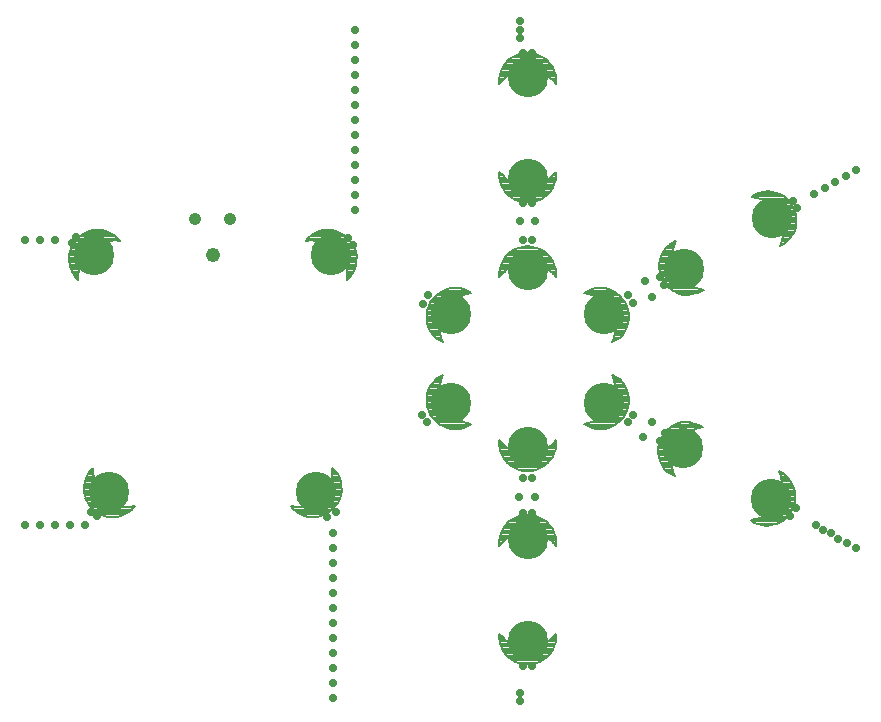
<source format=gbs>
G75*
G70*
%OFA0B0*%
%FSLAX24Y24*%
%IPPOS*%
%LPD*%
%AMOC8*
5,1,8,0,0,1.08239X$1,22.5*
%
%ADD10C,0.0280*%
%ADD11C,0.1346*%
%ADD12C,0.0080*%
%ADD13C,0.0415*%
%ADD14C,0.0480*%
D10*
X010900Y004250D03*
X010900Y004750D03*
X010900Y005250D03*
X010900Y005750D03*
X010900Y006250D03*
X010900Y006750D03*
X010900Y007250D03*
X010900Y007750D03*
X010900Y008250D03*
X010900Y008750D03*
X010900Y009250D03*
X010900Y009750D03*
X010721Y010260D03*
X010996Y010437D03*
X014048Y013429D03*
X013890Y013685D03*
X017256Y011559D03*
X017552Y011559D03*
X017650Y010950D03*
X017100Y010950D03*
X017256Y010398D03*
X017552Y010398D03*
X021250Y012950D03*
X021823Y012819D03*
X021961Y013055D03*
X021550Y013450D03*
X020918Y013685D03*
X020760Y013429D03*
X026154Y010299D03*
X026331Y010575D03*
X027000Y010000D03*
X027250Y009850D03*
X027500Y009750D03*
X027750Y009550D03*
X028050Y009400D03*
X028350Y009250D03*
X017552Y005299D03*
X017256Y005299D03*
X017150Y004400D03*
X017150Y004150D03*
X003044Y010299D03*
X002847Y010437D03*
X002650Y010000D03*
X002150Y010000D03*
X001650Y010000D03*
X001150Y010000D03*
X000650Y010000D03*
X013910Y017386D03*
X014067Y017661D03*
X011567Y019335D03*
X011410Y019571D03*
X011650Y020500D03*
X011650Y021000D03*
X011650Y021500D03*
X011650Y022000D03*
X011650Y022500D03*
X011650Y023000D03*
X011650Y023500D03*
X011650Y024000D03*
X011650Y024500D03*
X011650Y025000D03*
X011650Y025500D03*
X011650Y026000D03*
X011650Y026500D03*
X017150Y026500D03*
X017150Y026250D03*
X017237Y025752D03*
X017552Y025752D03*
X017150Y026800D03*
X026233Y020811D03*
X026390Y020555D03*
X026950Y021050D03*
X027300Y021250D03*
X027650Y021450D03*
X028000Y021650D03*
X028350Y021850D03*
X021804Y018272D03*
X021941Y017996D03*
X021550Y017600D03*
X020918Y017406D03*
X020760Y017661D03*
X021300Y018150D03*
X017532Y019512D03*
X017256Y019512D03*
X017150Y020150D03*
X017650Y020150D03*
X017552Y020732D03*
X017256Y020732D03*
X002355Y019610D03*
X002217Y019413D03*
X001650Y019500D03*
X001150Y019500D03*
X000650Y019500D03*
D11*
X002950Y019000D03*
X010850Y019000D03*
X014842Y017027D03*
X017400Y018500D03*
X019957Y017028D03*
X022600Y018550D03*
X025544Y020250D03*
X017400Y021550D03*
X017400Y024950D03*
X019958Y014074D03*
X017399Y012596D03*
X014842Y014073D03*
X010350Y011100D03*
X003450Y011100D03*
X017400Y009550D03*
X017400Y006150D03*
X025506Y010857D03*
X022562Y012557D03*
D12*
X022338Y012635D02*
X021763Y012635D01*
X021772Y012687D02*
X021749Y012546D01*
X021748Y012403D01*
X021769Y012261D01*
X021812Y012125D01*
X021875Y011997D01*
X021956Y011879D01*
X022055Y011776D01*
X022168Y011689D01*
X022294Y011620D01*
X022239Y011779D01*
X022207Y011945D01*
X022199Y012113D01*
X022215Y012281D01*
X022255Y012444D01*
X022318Y012600D01*
X022402Y012746D01*
X022506Y012879D01*
X022628Y012995D01*
X022765Y013092D01*
X022914Y013170D01*
X023073Y013225D01*
X023239Y013257D01*
X023116Y013331D01*
X022984Y013386D01*
X022846Y013419D01*
X022703Y013432D01*
X022561Y013422D01*
X022421Y013390D01*
X022288Y013338D01*
X022165Y013266D01*
X022054Y013176D01*
X021958Y013070D01*
X021880Y012950D01*
X021816Y012823D01*
X021772Y012687D01*
X021780Y012714D02*
X022383Y012714D01*
X022438Y012792D02*
X021806Y012792D01*
X021840Y012871D02*
X022499Y012871D01*
X022580Y012949D02*
X021879Y012949D01*
X021930Y013028D02*
X022674Y013028D01*
X022791Y013106D02*
X021991Y013106D01*
X022065Y013185D02*
X022957Y013185D01*
X023091Y013342D02*
X022297Y013342D01*
X022161Y013263D02*
X023228Y013263D01*
X022838Y013420D02*
X022553Y013420D01*
X022300Y012557D02*
X021751Y012557D01*
X021749Y012478D02*
X022269Y012478D01*
X022244Y012400D02*
X021749Y012400D01*
X021761Y012321D02*
X022225Y012321D01*
X022212Y012243D02*
X021775Y012243D01*
X021800Y012164D02*
X022204Y012164D01*
X022200Y012086D02*
X021831Y012086D01*
X021870Y012007D02*
X022204Y012007D01*
X022210Y011929D02*
X021922Y011929D01*
X021985Y011850D02*
X022225Y011850D01*
X022242Y011772D02*
X022061Y011772D01*
X022163Y011693D02*
X022269Y011693D01*
X020465Y013455D02*
X020354Y013365D01*
X020231Y013293D01*
X020098Y013240D01*
X019959Y013209D01*
X019816Y013199D01*
X019674Y013211D01*
X019535Y013245D01*
X019403Y013300D01*
X019281Y013374D01*
X019446Y013406D01*
X019605Y013461D01*
X019754Y013538D01*
X019892Y013636D01*
X020013Y013752D01*
X020117Y013884D01*
X020202Y014030D01*
X020264Y014187D01*
X020304Y014350D01*
X020320Y014518D01*
X020312Y014686D01*
X020280Y014851D01*
X020225Y015010D01*
X020351Y014942D01*
X020464Y014855D01*
X020563Y014751D01*
X020644Y014634D01*
X020707Y014506D01*
X020750Y014369D01*
X020771Y014228D01*
X020770Y014085D01*
X020748Y013944D01*
X020704Y013808D01*
X020639Y013680D01*
X020561Y013561D01*
X020465Y013455D01*
X020422Y013420D02*
X019487Y013420D01*
X019491Y013263D02*
X020156Y013263D01*
X020314Y013342D02*
X019334Y013342D01*
X019678Y013499D02*
X020505Y013499D01*
X020572Y013577D02*
X019809Y013577D01*
X019912Y013656D02*
X020623Y013656D01*
X020666Y013734D02*
X019994Y013734D01*
X020061Y013813D02*
X020705Y013813D01*
X020730Y013891D02*
X020121Y013891D01*
X020167Y013970D02*
X020752Y013970D01*
X020764Y014048D02*
X020209Y014048D01*
X020240Y014127D02*
X020770Y014127D01*
X020771Y014205D02*
X020269Y014205D01*
X020288Y014284D02*
X020763Y014284D01*
X020751Y014362D02*
X020305Y014362D01*
X020313Y014441D02*
X020728Y014441D01*
X020701Y014519D02*
X020320Y014519D01*
X020316Y014598D02*
X020662Y014598D01*
X020615Y014676D02*
X020313Y014676D01*
X020299Y014755D02*
X020560Y014755D01*
X020485Y014833D02*
X020284Y014833D01*
X020260Y014912D02*
X020390Y014912D01*
X020263Y014990D02*
X020232Y014990D01*
X020225Y016091D02*
X020279Y016250D01*
X020311Y016416D01*
X020319Y016584D01*
X020303Y016752D01*
X020263Y016915D01*
X020201Y017071D01*
X020117Y017217D01*
X020013Y017350D01*
X019891Y017466D01*
X019754Y017564D01*
X019604Y017641D01*
X019445Y017696D01*
X019280Y017728D01*
X019402Y017802D01*
X019534Y017857D01*
X019673Y017890D01*
X019815Y017903D01*
X019958Y017893D01*
X020097Y017861D01*
X020230Y017809D01*
X020353Y017737D01*
X020464Y017647D01*
X020560Y017541D01*
X020639Y017421D01*
X020703Y017294D01*
X020747Y017158D01*
X020769Y017017D01*
X020770Y016874D01*
X020273Y016874D01*
X020292Y016796D02*
X020758Y016796D01*
X020749Y016732D02*
X020706Y016596D01*
X020644Y016468D01*
X020562Y016350D01*
X020463Y016247D01*
X020350Y016160D01*
X020225Y016091D01*
X020251Y016168D02*
X020360Y016168D01*
X020278Y016246D02*
X020462Y016246D01*
X020537Y016325D02*
X020294Y016325D01*
X020309Y016403D02*
X020598Y016403D01*
X020650Y016482D02*
X020314Y016482D01*
X020318Y016560D02*
X020689Y016560D01*
X020720Y016639D02*
X020314Y016639D01*
X020306Y016717D02*
X020744Y016717D01*
X020749Y016732D02*
X020770Y016874D01*
X020770Y016953D02*
X020248Y016953D01*
X020217Y017031D02*
X020767Y017031D01*
X020754Y017110D02*
X020179Y017110D01*
X020133Y017188D02*
X020737Y017188D01*
X020712Y017267D02*
X020078Y017267D01*
X020016Y017345D02*
X020677Y017345D01*
X020637Y017424D02*
X019935Y017424D01*
X019840Y017502D02*
X020586Y017502D01*
X020524Y017581D02*
X019721Y017581D01*
X019551Y017659D02*
X020449Y017659D01*
X020352Y017738D02*
X019296Y017738D01*
X019436Y017816D02*
X020212Y017816D01*
X019933Y017895D02*
X019721Y017895D01*
X018345Y018264D02*
X018235Y018391D01*
X018107Y018501D01*
X017966Y018592D01*
X017812Y018662D01*
X017651Y018709D01*
X017484Y018733D01*
X017316Y018733D01*
X017149Y018709D01*
X016988Y018662D01*
X016834Y018592D01*
X016693Y018501D01*
X016565Y018391D01*
X016455Y018264D01*
X016452Y018407D01*
X016471Y018548D01*
X016511Y018685D01*
X016572Y018815D01*
X016651Y018933D01*
X016748Y019038D01*
X016860Y019127D01*
X016984Y019198D01*
X017118Y019249D01*
X017257Y019279D01*
X017400Y019287D01*
X017543Y019279D01*
X017682Y019249D01*
X017816Y019198D01*
X017940Y019127D01*
X018052Y019038D01*
X018149Y018933D01*
X018228Y018815D01*
X018289Y018685D01*
X018329Y018548D01*
X018348Y018407D01*
X018345Y018264D01*
X018345Y018287D02*
X018325Y018287D01*
X018347Y018366D02*
X018257Y018366D01*
X018173Y018444D02*
X018343Y018444D01*
X018333Y018523D02*
X018074Y018523D01*
X017946Y018601D02*
X018314Y018601D01*
X018291Y018680D02*
X017752Y018680D01*
X018093Y018994D02*
X016707Y018994D01*
X016639Y018915D02*
X018161Y018915D01*
X018214Y018837D02*
X016586Y018837D01*
X016545Y018758D02*
X018255Y018758D01*
X018009Y019072D02*
X016791Y019072D01*
X016901Y019151D02*
X017899Y019151D01*
X017735Y019229D02*
X017065Y019229D01*
X017048Y018680D02*
X016509Y018680D01*
X016486Y018601D02*
X016854Y018601D01*
X016726Y018523D02*
X016467Y018523D01*
X016457Y018444D02*
X016627Y018444D01*
X016543Y018366D02*
X016453Y018366D01*
X016455Y018287D02*
X016475Y018287D01*
X015519Y017727D02*
X015354Y017695D01*
X015195Y017640D01*
X015045Y017563D01*
X014908Y017465D01*
X014786Y017349D01*
X014682Y017216D01*
X014598Y017071D01*
X014535Y016914D01*
X014496Y016751D01*
X014479Y016583D01*
X014487Y016415D01*
X014519Y016250D01*
X014574Y016091D01*
X014449Y016159D01*
X014335Y016246D01*
X014237Y016350D01*
X014155Y016467D01*
X014092Y016595D01*
X014050Y016732D01*
X014029Y016873D01*
X014029Y017016D01*
X014052Y017157D01*
X014096Y017293D01*
X014160Y017421D01*
X014239Y017540D01*
X014334Y017646D01*
X014445Y017736D01*
X014569Y017808D01*
X014702Y017861D01*
X014841Y017892D01*
X014984Y017902D01*
X015126Y017890D01*
X015265Y017856D01*
X015397Y017801D01*
X015519Y017727D01*
X015502Y017738D02*
X014448Y017738D01*
X014350Y017659D02*
X015250Y017659D01*
X015079Y017581D02*
X014275Y017581D01*
X014214Y017502D02*
X014960Y017502D01*
X014864Y017424D02*
X014162Y017424D01*
X014122Y017345D02*
X014783Y017345D01*
X014721Y017267D02*
X014087Y017267D01*
X014062Y017188D02*
X014666Y017188D01*
X014620Y017110D02*
X014044Y017110D01*
X014032Y017031D02*
X014582Y017031D01*
X014551Y016953D02*
X014029Y016953D01*
X014029Y016874D02*
X014525Y016874D01*
X014506Y016796D02*
X014040Y016796D01*
X014054Y016717D02*
X014492Y016717D01*
X014485Y016639D02*
X014079Y016639D01*
X014109Y016560D02*
X014481Y016560D01*
X014484Y016482D02*
X014148Y016482D01*
X014200Y016403D02*
X014490Y016403D01*
X014505Y016325D02*
X014261Y016325D01*
X014336Y016246D02*
X014520Y016246D01*
X014547Y016168D02*
X014438Y016168D01*
X014574Y015009D02*
X014519Y014850D01*
X014487Y014685D01*
X014479Y014517D01*
X014495Y014349D01*
X014535Y014186D01*
X014598Y014029D01*
X014682Y013884D01*
X014786Y013751D01*
X014908Y013635D01*
X015045Y013537D01*
X015195Y013460D01*
X015354Y013405D01*
X015519Y013373D01*
X015397Y013299D01*
X015265Y013244D01*
X015126Y013210D01*
X014983Y013198D01*
X014841Y013208D01*
X014702Y013239D01*
X014569Y013292D01*
X014445Y013364D01*
X014334Y013454D01*
X014238Y013560D01*
X014160Y013679D01*
X014096Y013807D01*
X014052Y013943D01*
X014029Y014084D01*
X014029Y014227D01*
X014050Y014368D01*
X014092Y014505D01*
X014155Y014633D01*
X014237Y014750D01*
X014335Y014854D01*
X014449Y014941D01*
X014574Y015009D01*
X014567Y014990D02*
X014539Y014990D01*
X014540Y014912D02*
X014411Y014912D01*
X014316Y014833D02*
X014516Y014833D01*
X014501Y014755D02*
X014241Y014755D01*
X014185Y014676D02*
X014487Y014676D01*
X014483Y014598D02*
X014138Y014598D01*
X014099Y014519D02*
X014480Y014519D01*
X014487Y014441D02*
X014072Y014441D01*
X014049Y014362D02*
X014494Y014362D01*
X014511Y014284D02*
X014037Y014284D01*
X014029Y014205D02*
X014531Y014205D01*
X014559Y014127D02*
X014029Y014127D01*
X014035Y014048D02*
X014590Y014048D01*
X014632Y013970D02*
X014048Y013970D01*
X014069Y013891D02*
X014678Y013891D01*
X014738Y013813D02*
X014094Y013813D01*
X014133Y013734D02*
X014804Y013734D01*
X014886Y013656D02*
X014176Y013656D01*
X014227Y013577D02*
X014989Y013577D01*
X015120Y013499D02*
X014294Y013499D01*
X014376Y013420D02*
X015310Y013420D01*
X015310Y013263D02*
X014642Y013263D01*
X014483Y013342D02*
X015467Y013342D01*
X016454Y012833D02*
X016564Y012706D01*
X016691Y012595D01*
X016833Y012504D01*
X016986Y012435D01*
X017148Y012387D01*
X017314Y012363D01*
X017483Y012363D01*
X017649Y012387D01*
X017811Y012435D01*
X017964Y012504D01*
X018106Y012595D01*
X018233Y012706D01*
X018344Y012833D01*
X018347Y012690D01*
X018328Y012548D01*
X018288Y012411D01*
X018227Y012282D01*
X018147Y012163D01*
X018050Y012058D01*
X017939Y011969D01*
X017815Y011898D01*
X017681Y011847D01*
X017541Y011817D01*
X017399Y011809D01*
X017256Y011817D01*
X017116Y011847D01*
X016983Y011898D01*
X016859Y011969D01*
X016747Y012058D01*
X016650Y012163D01*
X016570Y012282D01*
X016510Y012411D01*
X016469Y012548D01*
X016451Y012690D01*
X016454Y012833D01*
X016453Y012792D02*
X016489Y012792D01*
X016451Y012714D02*
X016557Y012714D01*
X016646Y012635D02*
X016458Y012635D01*
X016468Y012557D02*
X016752Y012557D01*
X016891Y012478D02*
X016490Y012478D01*
X016515Y012400D02*
X017106Y012400D01*
X016722Y012086D02*
X018076Y012086D01*
X018148Y012164D02*
X016649Y012164D01*
X016597Y012243D02*
X018201Y012243D01*
X018246Y012321D02*
X016552Y012321D01*
X016811Y012007D02*
X017986Y012007D01*
X017867Y011929D02*
X016930Y011929D01*
X017109Y011850D02*
X017688Y011850D01*
X017692Y012400D02*
X018282Y012400D01*
X018307Y012478D02*
X017906Y012478D01*
X018045Y012557D02*
X018329Y012557D01*
X018339Y012635D02*
X018152Y012635D01*
X018240Y012714D02*
X018346Y012714D01*
X018344Y012792D02*
X018308Y012792D01*
X017682Y010299D02*
X017543Y010329D01*
X017400Y010337D01*
X017257Y010329D01*
X017118Y010299D01*
X016984Y010248D01*
X016860Y010177D01*
X016748Y010088D01*
X016651Y009983D01*
X016572Y009865D01*
X016511Y009735D01*
X016471Y009598D01*
X016452Y009457D01*
X016455Y009314D01*
X016565Y009441D01*
X016693Y009551D01*
X016834Y009642D01*
X016988Y009712D01*
X017149Y009759D01*
X017316Y009783D01*
X017484Y009783D01*
X017651Y009759D01*
X017812Y009712D01*
X017966Y009642D01*
X018107Y009551D01*
X018235Y009441D01*
X018345Y009314D01*
X018348Y009457D01*
X018329Y009598D01*
X018289Y009735D01*
X018228Y009865D01*
X018149Y009983D01*
X018052Y010088D01*
X017940Y010177D01*
X017816Y010248D01*
X017682Y010299D01*
X017732Y010280D02*
X017068Y010280D01*
X016902Y010202D02*
X017898Y010202D01*
X018008Y010123D02*
X016792Y010123D01*
X016708Y010045D02*
X018092Y010045D01*
X018160Y009966D02*
X016640Y009966D01*
X016587Y009888D02*
X018213Y009888D01*
X018255Y009809D02*
X016545Y009809D01*
X016509Y009731D02*
X017051Y009731D01*
X016856Y009652D02*
X016486Y009652D01*
X016467Y009574D02*
X016728Y009574D01*
X016628Y009495D02*
X016457Y009495D01*
X016453Y009417D02*
X016544Y009417D01*
X016476Y009338D02*
X016455Y009338D01*
X017749Y009731D02*
X018291Y009731D01*
X018314Y009652D02*
X017944Y009652D01*
X018072Y009574D02*
X018333Y009574D01*
X018343Y009495D02*
X018172Y009495D01*
X018256Y009417D02*
X018347Y009417D01*
X018345Y009338D02*
X018324Y009338D01*
X018345Y006386D02*
X018235Y006259D01*
X018107Y006149D01*
X017966Y006058D01*
X017812Y005988D01*
X017651Y005941D01*
X017484Y005917D01*
X017316Y005917D01*
X017149Y005941D01*
X016988Y005988D01*
X016834Y006058D01*
X016693Y006149D01*
X016565Y006259D01*
X016455Y006386D01*
X016452Y006243D01*
X016471Y006102D01*
X016511Y005965D01*
X016572Y005835D01*
X016651Y005717D01*
X016748Y005612D01*
X016860Y005523D01*
X016984Y005452D01*
X017118Y005401D01*
X017257Y005371D01*
X017400Y005363D01*
X017543Y005371D01*
X017682Y005401D01*
X017816Y005452D01*
X017940Y005523D01*
X018052Y005612D01*
X018149Y005717D01*
X018228Y005835D01*
X018289Y005965D01*
X018329Y006102D01*
X018348Y006243D01*
X018345Y006386D01*
X018346Y006355D02*
X018318Y006355D01*
X018347Y006277D02*
X018250Y006277D01*
X018164Y006198D02*
X018342Y006198D01*
X018332Y006120D02*
X018061Y006120D01*
X017928Y006041D02*
X018312Y006041D01*
X018288Y005963D02*
X017725Y005963D01*
X018086Y005649D02*
X016714Y005649D01*
X016644Y005727D02*
X018156Y005727D01*
X018208Y005806D02*
X016592Y005806D01*
X016549Y005884D02*
X018251Y005884D01*
X017999Y005570D02*
X016801Y005570D01*
X016915Y005492D02*
X017885Y005492D01*
X017714Y005413D02*
X017086Y005413D01*
X017075Y005963D02*
X016512Y005963D01*
X016488Y006041D02*
X016872Y006041D01*
X016739Y006120D02*
X016468Y006120D01*
X016458Y006198D02*
X016636Y006198D01*
X016550Y006277D02*
X016453Y006277D01*
X016454Y006355D02*
X016482Y006355D01*
X010777Y010433D02*
X010654Y010360D01*
X010522Y010306D01*
X010383Y010273D01*
X010240Y010262D01*
X010098Y010272D01*
X009959Y010305D01*
X009826Y010358D01*
X009703Y010431D01*
X009593Y010522D01*
X009498Y010628D01*
X009665Y010611D01*
X009834Y010617D01*
X009999Y010647D01*
X010159Y010700D01*
X010309Y010776D01*
X010447Y010872D01*
X010571Y010987D01*
X010676Y011118D01*
X010762Y011263D01*
X010826Y011418D01*
X010868Y011582D01*
X010886Y011749D01*
X010880Y011917D01*
X010980Y011815D01*
X011063Y011698D01*
X011127Y011571D01*
X011171Y011435D01*
X011193Y011294D01*
X011194Y011151D01*
X011173Y011009D01*
X011130Y010873D01*
X011067Y010745D01*
X010986Y010627D01*
X010887Y010524D01*
X010777Y010433D01*
X010782Y010437D02*
X009696Y010437D01*
X009601Y010516D02*
X010877Y010516D01*
X010954Y010594D02*
X009528Y010594D01*
X009825Y010359D02*
X010652Y010359D01*
X010413Y010280D02*
X010065Y010280D01*
X010076Y010673D02*
X011017Y010673D01*
X011071Y010751D02*
X010260Y010751D01*
X010386Y010830D02*
X011109Y010830D01*
X011141Y010908D02*
X010486Y010908D01*
X010570Y010987D02*
X011166Y010987D01*
X011181Y011065D02*
X010634Y011065D01*
X010691Y011144D02*
X011193Y011144D01*
X011194Y011222D02*
X010738Y011222D01*
X010778Y011301D02*
X011192Y011301D01*
X011179Y011379D02*
X010810Y011379D01*
X010836Y011458D02*
X011163Y011458D01*
X011138Y011536D02*
X010856Y011536D01*
X010872Y011615D02*
X011105Y011615D01*
X011065Y011693D02*
X010880Y011693D01*
X010885Y011772D02*
X011011Y011772D01*
X010945Y011850D02*
X010882Y011850D01*
X004302Y010628D02*
X004135Y010611D01*
X003966Y010617D01*
X003801Y010647D01*
X003641Y010700D01*
X003491Y010776D01*
X003353Y010872D01*
X003229Y010987D01*
X003124Y011118D01*
X003038Y011263D01*
X002974Y011418D01*
X002932Y011582D01*
X002914Y011749D01*
X002920Y011917D01*
X002820Y011815D01*
X002737Y011698D01*
X002673Y011571D01*
X002629Y011435D01*
X002607Y011294D01*
X002606Y011151D01*
X002627Y011009D01*
X002670Y010873D01*
X002733Y010745D01*
X002814Y010627D01*
X002913Y010524D01*
X003023Y010433D01*
X003146Y010360D01*
X003278Y010306D01*
X003417Y010273D01*
X003560Y010262D01*
X003702Y010272D01*
X003841Y010305D01*
X003974Y010358D01*
X004097Y010431D01*
X004207Y010522D01*
X004302Y010628D01*
X004272Y010594D02*
X002846Y010594D01*
X002783Y010673D02*
X003724Y010673D01*
X003540Y010751D02*
X002729Y010751D01*
X002691Y010830D02*
X003414Y010830D01*
X003314Y010908D02*
X002659Y010908D01*
X002634Y010987D02*
X003230Y010987D01*
X003166Y011065D02*
X002619Y011065D01*
X002607Y011144D02*
X003109Y011144D01*
X003062Y011222D02*
X002606Y011222D01*
X002608Y011301D02*
X003022Y011301D01*
X002990Y011379D02*
X002621Y011379D01*
X002637Y011458D02*
X002964Y011458D01*
X002944Y011536D02*
X002662Y011536D01*
X002695Y011615D02*
X002928Y011615D01*
X002920Y011693D02*
X002735Y011693D01*
X002789Y011772D02*
X002915Y011772D01*
X002918Y011850D02*
X002855Y011850D01*
X002923Y010516D02*
X004199Y010516D01*
X004104Y010437D02*
X003018Y010437D01*
X003148Y010359D02*
X003975Y010359D01*
X003735Y010280D02*
X003387Y010280D01*
X014588Y017816D02*
X015361Y017816D01*
X015069Y017895D02*
X014877Y017895D01*
X011693Y018806D02*
X011694Y018949D01*
X011673Y019091D01*
X011630Y019227D01*
X011567Y019355D01*
X011486Y019473D01*
X011387Y019576D01*
X011277Y019667D01*
X011154Y019740D01*
X011022Y019794D01*
X010883Y019827D01*
X010740Y019838D01*
X010598Y019828D01*
X010459Y019795D01*
X010326Y019742D01*
X010203Y019669D01*
X010093Y019578D01*
X009998Y019472D01*
X010165Y019489D01*
X010334Y019483D01*
X010499Y019453D01*
X010659Y019400D01*
X010809Y019324D01*
X010947Y019228D01*
X011071Y019113D01*
X011176Y018982D01*
X011262Y018837D01*
X011326Y018682D01*
X011368Y018518D01*
X011386Y018351D01*
X011380Y018183D01*
X011480Y018285D01*
X011563Y018402D01*
X011627Y018529D01*
X011671Y018665D01*
X011693Y018806D01*
X011693Y018837D02*
X011262Y018837D01*
X011295Y018758D02*
X011685Y018758D01*
X011673Y018680D02*
X011327Y018680D01*
X011347Y018601D02*
X011650Y018601D01*
X011623Y018523D02*
X011367Y018523D01*
X011376Y018444D02*
X011584Y018444D01*
X011537Y018366D02*
X011384Y018366D01*
X011384Y018287D02*
X011481Y018287D01*
X011405Y018209D02*
X011381Y018209D01*
X011216Y018915D02*
X011694Y018915D01*
X011687Y018994D02*
X011167Y018994D01*
X011104Y019072D02*
X011676Y019072D01*
X011654Y019151D02*
X011031Y019151D01*
X010946Y019229D02*
X011629Y019229D01*
X011591Y019308D02*
X010833Y019308D01*
X010686Y019386D02*
X011546Y019386D01*
X011491Y019465D02*
X010436Y019465D01*
X010255Y019700D02*
X011222Y019700D01*
X011332Y019622D02*
X010146Y019622D01*
X010062Y019543D02*
X011418Y019543D01*
X011061Y019779D02*
X010417Y019779D01*
X016471Y021502D02*
X016452Y021643D01*
X016455Y021786D01*
X016565Y021659D01*
X016693Y021549D01*
X016834Y021458D01*
X016988Y021388D01*
X017149Y021341D01*
X017316Y021317D01*
X017484Y021317D01*
X017651Y021341D01*
X017812Y021388D01*
X017966Y021458D01*
X018107Y021549D01*
X018235Y021659D01*
X018345Y021786D01*
X018348Y021643D01*
X018329Y021502D01*
X018289Y021365D01*
X018228Y021235D01*
X018149Y021117D01*
X018052Y021012D01*
X017940Y020923D01*
X017816Y020852D01*
X017682Y020801D01*
X017543Y020771D01*
X017400Y020763D01*
X017257Y020771D01*
X017118Y020801D01*
X016984Y020852D01*
X016860Y020923D01*
X016748Y021012D01*
X016651Y021117D01*
X016572Y021235D01*
X016511Y021365D01*
X016471Y021502D01*
X016470Y021506D02*
X016760Y021506D01*
X016652Y021584D02*
X016460Y021584D01*
X016452Y021663D02*
X016562Y021663D01*
X016494Y021741D02*
X016454Y021741D01*
X016493Y021427D02*
X016902Y021427D01*
X017122Y021349D02*
X016518Y021349D01*
X016555Y021270D02*
X018245Y021270D01*
X018282Y021349D02*
X017678Y021349D01*
X017898Y021427D02*
X018307Y021427D01*
X018330Y021506D02*
X018040Y021506D01*
X018148Y021584D02*
X018340Y021584D01*
X018348Y021663D02*
X018238Y021663D01*
X018306Y021741D02*
X018346Y021741D01*
X018199Y021192D02*
X016601Y021192D01*
X016655Y021113D02*
X018145Y021113D01*
X018073Y021035D02*
X016727Y021035D01*
X016818Y020956D02*
X017982Y020956D01*
X017861Y020878D02*
X016939Y020878D01*
X017126Y020799D02*
X017674Y020799D01*
X021850Y018982D02*
X021808Y018845D01*
X021787Y018704D01*
X021787Y018561D01*
X021810Y018420D01*
X021854Y018284D01*
X021918Y018156D01*
X021997Y018037D01*
X022092Y017931D01*
X022203Y017841D01*
X022327Y017769D01*
X022460Y017716D01*
X022599Y017685D01*
X022742Y017675D01*
X022884Y017687D01*
X023023Y017721D01*
X023155Y017776D01*
X023277Y017850D01*
X023112Y017882D01*
X022953Y017937D01*
X022803Y018014D01*
X022666Y018112D01*
X022544Y018228D01*
X022440Y018360D01*
X022356Y018506D01*
X022293Y018663D01*
X022254Y018826D01*
X022238Y018994D01*
X022245Y019162D01*
X022277Y019327D01*
X022332Y019486D01*
X022207Y019418D01*
X022094Y019331D01*
X021995Y019227D01*
X021913Y019110D01*
X021850Y018982D01*
X021856Y018994D02*
X022238Y018994D01*
X022241Y019072D02*
X021895Y019072D01*
X021941Y019151D02*
X022245Y019151D01*
X022258Y019229D02*
X021997Y019229D01*
X022071Y019308D02*
X022273Y019308D01*
X022297Y019386D02*
X022166Y019386D01*
X022292Y019465D02*
X022325Y019465D01*
X022245Y018915D02*
X021830Y018915D01*
X021807Y018837D02*
X022253Y018837D01*
X022270Y018758D02*
X021795Y018758D01*
X021787Y018680D02*
X022289Y018680D01*
X022318Y018601D02*
X021787Y018601D01*
X021794Y018523D02*
X022349Y018523D01*
X022392Y018444D02*
X021806Y018444D01*
X021828Y018366D02*
X022437Y018366D01*
X022498Y018287D02*
X021853Y018287D01*
X021892Y018209D02*
X022565Y018209D01*
X022647Y018130D02*
X021935Y018130D01*
X021987Y018052D02*
X022751Y018052D01*
X022883Y017973D02*
X022054Y017973D01*
X022137Y017895D02*
X023075Y017895D01*
X023063Y017738D02*
X022406Y017738D01*
X022246Y017816D02*
X023221Y017816D01*
X025812Y019314D02*
X025867Y019473D01*
X025899Y019638D01*
X025907Y019806D01*
X025891Y019974D01*
X025851Y020137D01*
X025789Y020294D01*
X025704Y020440D01*
X025600Y020572D01*
X025479Y020688D01*
X025341Y020786D01*
X025192Y020863D01*
X025033Y020918D01*
X024867Y020950D01*
X024990Y021024D01*
X025122Y021079D01*
X025261Y021113D01*
X025403Y021125D01*
X025545Y021115D01*
X025685Y021084D01*
X025818Y021031D01*
X025941Y020959D01*
X026052Y020869D01*
X026148Y020763D01*
X026226Y020644D01*
X026291Y020516D01*
X026334Y020380D01*
X026357Y020239D01*
X026358Y020096D01*
X026337Y019955D01*
X026294Y019818D01*
X026231Y019690D01*
X026150Y019573D01*
X026051Y019469D01*
X025938Y019382D01*
X025812Y019314D01*
X025837Y019386D02*
X025943Y019386D01*
X025864Y019465D02*
X026045Y019465D01*
X026121Y019543D02*
X025881Y019543D01*
X025896Y019622D02*
X026184Y019622D01*
X026236Y019700D02*
X025902Y019700D01*
X025906Y019779D02*
X026275Y019779D01*
X026306Y019857D02*
X025902Y019857D01*
X025895Y019936D02*
X026331Y019936D01*
X026345Y020014D02*
X025881Y020014D01*
X025862Y020093D02*
X026357Y020093D01*
X026357Y020171D02*
X025838Y020171D01*
X025806Y020250D02*
X026355Y020250D01*
X026343Y020328D02*
X025769Y020328D01*
X025723Y020407D02*
X026326Y020407D01*
X026301Y020485D02*
X025669Y020485D01*
X025607Y020564D02*
X026267Y020564D01*
X026227Y020642D02*
X025527Y020642D01*
X025433Y020721D02*
X026176Y020721D01*
X026115Y020799D02*
X025316Y020799D01*
X025150Y020878D02*
X026042Y020878D01*
X025945Y020956D02*
X024877Y020956D01*
X025014Y021035D02*
X025809Y021035D01*
X025555Y021113D02*
X025265Y021113D01*
X018345Y024714D02*
X018235Y024841D01*
X018107Y024951D01*
X017966Y025042D01*
X017812Y025112D01*
X017651Y025159D01*
X017484Y025183D01*
X017316Y025183D01*
X017149Y025159D01*
X016988Y025112D01*
X016834Y025042D01*
X016693Y024951D01*
X016565Y024841D01*
X016455Y024714D01*
X016452Y024857D01*
X016471Y024998D01*
X016511Y025135D01*
X016572Y025265D01*
X016651Y025383D01*
X016748Y025488D01*
X016860Y025577D01*
X016984Y025648D01*
X017118Y025699D01*
X017257Y025729D01*
X017400Y025737D01*
X017543Y025729D01*
X017682Y025699D01*
X017816Y025648D01*
X017940Y025577D01*
X018052Y025488D01*
X018149Y025383D01*
X018228Y025265D01*
X018289Y025135D01*
X018329Y024998D01*
X018348Y024857D01*
X018345Y024714D01*
X018345Y024724D02*
X018336Y024724D01*
X018347Y024803D02*
X018268Y024803D01*
X018345Y024881D02*
X018188Y024881D01*
X018094Y024960D02*
X018334Y024960D01*
X018318Y025038D02*
X017972Y025038D01*
X017796Y025117D02*
X018295Y025117D01*
X018261Y025195D02*
X016539Y025195D01*
X016505Y025117D02*
X017004Y025117D01*
X016828Y025038D02*
X016482Y025038D01*
X016466Y024960D02*
X016706Y024960D01*
X016612Y024881D02*
X016455Y024881D01*
X016453Y024803D02*
X016532Y024803D01*
X016464Y024724D02*
X016455Y024724D01*
X016577Y025274D02*
X018223Y025274D01*
X018170Y025352D02*
X016630Y025352D01*
X016695Y025431D02*
X018105Y025431D01*
X018026Y025509D02*
X016774Y025509D01*
X016878Y025588D02*
X017922Y025588D01*
X017769Y025666D02*
X017031Y025666D01*
X003802Y019472D02*
X003635Y019489D01*
X003466Y019483D01*
X003301Y019453D01*
X003141Y019400D01*
X002991Y019324D01*
X002853Y019228D01*
X002729Y019113D01*
X002624Y018982D01*
X002538Y018837D01*
X002474Y018682D01*
X002432Y018518D01*
X002414Y018351D01*
X002420Y018183D01*
X002320Y018285D01*
X002237Y018402D01*
X002173Y018529D01*
X002129Y018665D01*
X002107Y018806D01*
X002106Y018949D01*
X002127Y019091D01*
X002170Y019227D01*
X002233Y019355D01*
X002314Y019473D01*
X002413Y019576D01*
X002523Y019667D01*
X002646Y019740D01*
X002778Y019794D01*
X002917Y019827D01*
X003060Y019838D01*
X003202Y019828D01*
X003341Y019795D01*
X003474Y019742D01*
X003597Y019669D01*
X003707Y019578D01*
X003802Y019472D01*
X003738Y019543D02*
X002382Y019543D01*
X002309Y019465D02*
X003364Y019465D01*
X003114Y019386D02*
X002254Y019386D01*
X002209Y019308D02*
X002967Y019308D01*
X002854Y019229D02*
X002171Y019229D01*
X002146Y019151D02*
X002769Y019151D01*
X002696Y019072D02*
X002124Y019072D01*
X002113Y018994D02*
X002633Y018994D01*
X002584Y018915D02*
X002106Y018915D01*
X002107Y018837D02*
X002538Y018837D01*
X002505Y018758D02*
X002115Y018758D01*
X002127Y018680D02*
X002473Y018680D01*
X002453Y018601D02*
X002150Y018601D01*
X002177Y018523D02*
X002433Y018523D01*
X002424Y018444D02*
X002216Y018444D01*
X002263Y018366D02*
X002416Y018366D01*
X002416Y018287D02*
X002319Y018287D01*
X002395Y018209D02*
X002419Y018209D01*
X002468Y019622D02*
X003654Y019622D01*
X003545Y019700D02*
X002578Y019700D01*
X002739Y019779D02*
X003383Y019779D01*
X024829Y010157D02*
X024951Y010082D01*
X025083Y010028D01*
X025222Y009994D01*
X025364Y009982D01*
X025507Y009992D01*
X025646Y010023D01*
X025779Y010075D01*
X025903Y010148D01*
X026014Y010238D01*
X026110Y010344D01*
X026188Y010463D01*
X026252Y010591D01*
X026296Y010727D01*
X026319Y010868D01*
X026319Y011011D01*
X026298Y011152D01*
X026256Y011288D01*
X026193Y011417D01*
X026111Y011534D01*
X026013Y011637D01*
X025899Y011724D01*
X025774Y011793D01*
X025829Y011634D01*
X025861Y011469D01*
X025869Y011300D01*
X025852Y011133D01*
X025813Y010969D01*
X025750Y010813D01*
X025666Y010667D01*
X025562Y010535D01*
X025440Y010419D01*
X025303Y010321D01*
X025153Y010244D01*
X024994Y010189D01*
X024829Y010157D01*
X024884Y010123D02*
X025861Y010123D01*
X025969Y010202D02*
X025032Y010202D01*
X025043Y010045D02*
X025701Y010045D01*
X026052Y010280D02*
X025224Y010280D01*
X025356Y010359D02*
X026119Y010359D01*
X026171Y010437D02*
X025459Y010437D01*
X025542Y010516D02*
X026214Y010516D01*
X026253Y010594D02*
X025608Y010594D01*
X025669Y010673D02*
X026279Y010673D01*
X026300Y010751D02*
X025714Y010751D01*
X025757Y010830D02*
X026312Y010830D01*
X026319Y010908D02*
X025788Y010908D01*
X025817Y010987D02*
X026319Y010987D01*
X026311Y011065D02*
X025836Y011065D01*
X025854Y011144D02*
X026300Y011144D01*
X026276Y011222D02*
X025861Y011222D01*
X025869Y011301D02*
X026250Y011301D01*
X026211Y011379D02*
X025865Y011379D01*
X025861Y011458D02*
X026165Y011458D01*
X026109Y011536D02*
X025848Y011536D01*
X025833Y011615D02*
X026034Y011615D01*
X025940Y011693D02*
X025809Y011693D01*
X025813Y011772D02*
X025781Y011772D01*
D13*
X007491Y020200D03*
X006309Y020200D03*
D14*
X006900Y019000D03*
M02*

</source>
